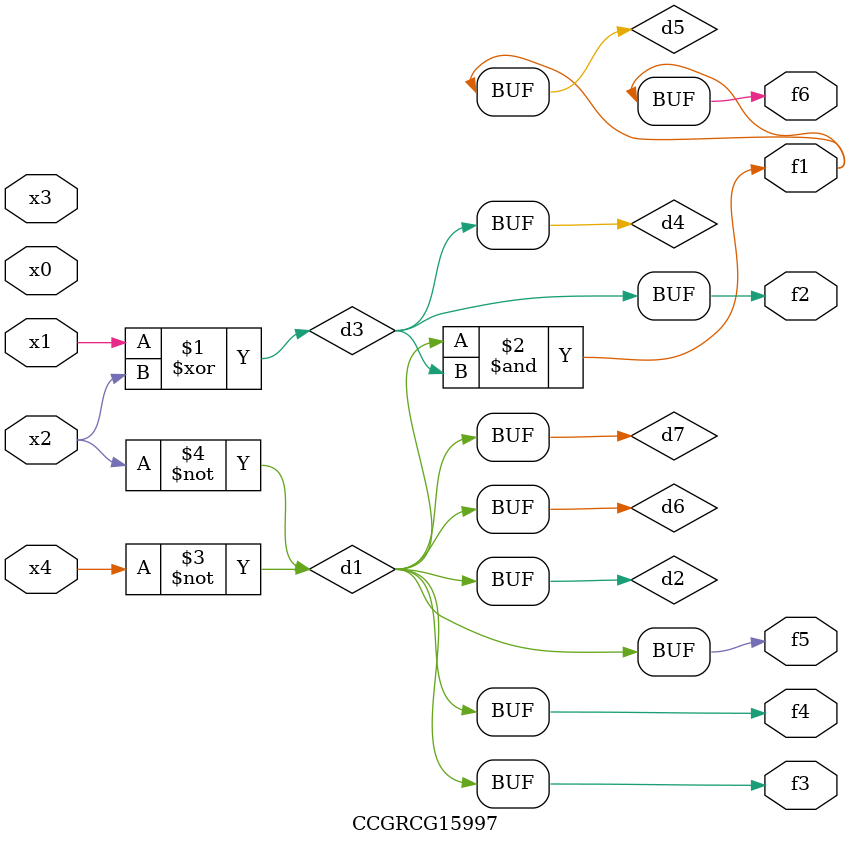
<source format=v>
module CCGRCG15997(
	input x0, x1, x2, x3, x4,
	output f1, f2, f3, f4, f5, f6
);

	wire d1, d2, d3, d4, d5, d6, d7;

	not (d1, x4);
	not (d2, x2);
	xor (d3, x1, x2);
	buf (d4, d3);
	and (d5, d1, d3);
	buf (d6, d1, d2);
	buf (d7, d2);
	assign f1 = d5;
	assign f2 = d4;
	assign f3 = d7;
	assign f4 = d7;
	assign f5 = d7;
	assign f6 = d5;
endmodule

</source>
